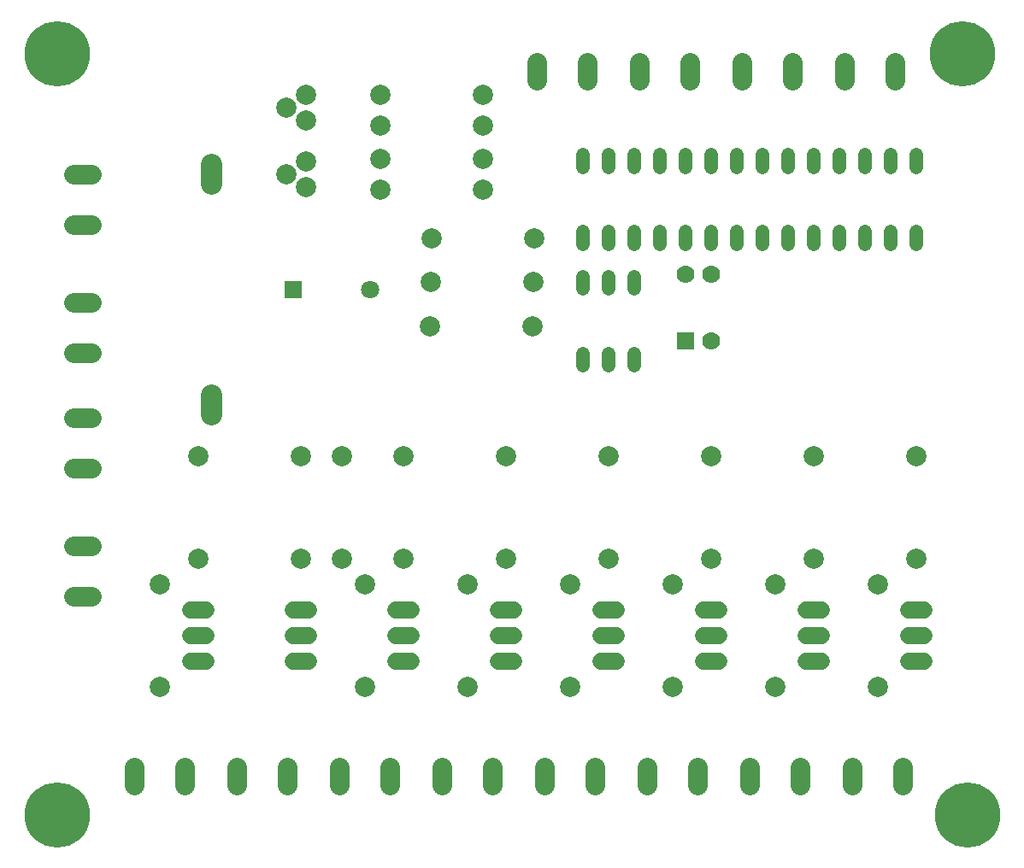
<source format=gbs>
G75*
%MOIN*%
%OFA0B0*%
%FSLAX25Y25*%
%IPPOS*%
%LPD*%
%AMOC8*
5,1,8,0,0,1.08239X$1,22.5*
%
%ADD10C,0.07550*%
%ADD11C,0.08300*%
%ADD12C,0.05300*%
%ADD13C,0.06500*%
%ADD14C,0.07900*%
%ADD15C,0.25500*%
%ADD16C,0.07000*%
%ADD17R,0.07000X0.07000*%
%ADD18C,0.07100*%
D10*
X0051157Y0032475D02*
X0051157Y0039525D01*
X0070843Y0039525D02*
X0070843Y0032475D01*
X0091157Y0032475D02*
X0091157Y0039525D01*
X0110843Y0039525D02*
X0110843Y0032475D01*
X0131157Y0032475D02*
X0131157Y0039525D01*
X0150843Y0039525D02*
X0150843Y0032475D01*
X0171157Y0032475D02*
X0171157Y0039525D01*
X0190843Y0039525D02*
X0190843Y0032475D01*
X0211157Y0032475D02*
X0211157Y0039525D01*
X0230843Y0039525D02*
X0230843Y0032475D01*
X0251157Y0032475D02*
X0251157Y0039525D01*
X0270843Y0039525D02*
X0270843Y0032475D01*
X0291157Y0032475D02*
X0291157Y0039525D01*
X0310843Y0039525D02*
X0310843Y0032475D01*
X0331157Y0032475D02*
X0331157Y0039525D01*
X0350843Y0039525D02*
X0350843Y0032475D01*
X0034525Y0106157D02*
X0027475Y0106157D01*
X0027475Y0125843D02*
X0034525Y0125843D01*
X0034525Y0156157D02*
X0027475Y0156157D01*
X0027475Y0175843D02*
X0034525Y0175843D01*
X0034525Y0201157D02*
X0027475Y0201157D01*
X0027475Y0220843D02*
X0034525Y0220843D01*
X0034525Y0251157D02*
X0027475Y0251157D01*
X0027475Y0270843D02*
X0034525Y0270843D01*
X0208157Y0307475D02*
X0208157Y0314525D01*
X0227843Y0314525D02*
X0227843Y0307475D01*
X0248157Y0307475D02*
X0248157Y0314525D01*
X0267843Y0314525D02*
X0267843Y0307475D01*
X0288157Y0307475D02*
X0288157Y0314525D01*
X0307843Y0314525D02*
X0307843Y0307475D01*
X0328157Y0307475D02*
X0328157Y0314525D01*
X0347843Y0314525D02*
X0347843Y0307475D01*
D11*
X0081000Y0274900D02*
X0081000Y0267100D01*
X0081000Y0184900D02*
X0081000Y0177100D01*
D12*
X0226000Y0196100D02*
X0226000Y0200900D01*
X0236000Y0200900D02*
X0236000Y0196100D01*
X0246000Y0196100D02*
X0246000Y0200900D01*
X0246000Y0226100D02*
X0246000Y0230900D01*
X0236000Y0230900D02*
X0236000Y0226100D01*
X0226000Y0226100D02*
X0226000Y0230900D01*
X0226000Y0243600D02*
X0226000Y0248400D01*
X0236000Y0248400D02*
X0236000Y0243600D01*
X0246000Y0243600D02*
X0246000Y0248400D01*
X0256000Y0248400D02*
X0256000Y0243600D01*
X0266000Y0243600D02*
X0266000Y0248400D01*
X0276000Y0248400D02*
X0276000Y0243600D01*
X0286000Y0243600D02*
X0286000Y0248400D01*
X0296000Y0248400D02*
X0296000Y0243600D01*
X0306000Y0243600D02*
X0306000Y0248400D01*
X0316000Y0248400D02*
X0316000Y0243600D01*
X0326000Y0243600D02*
X0326000Y0248400D01*
X0336000Y0248400D02*
X0336000Y0243600D01*
X0346000Y0243600D02*
X0346000Y0248400D01*
X0356000Y0248400D02*
X0356000Y0243600D01*
X0356000Y0273600D02*
X0356000Y0278400D01*
X0346000Y0278400D02*
X0346000Y0273600D01*
X0336000Y0273600D02*
X0336000Y0278400D01*
X0326000Y0278400D02*
X0326000Y0273600D01*
X0316000Y0273600D02*
X0316000Y0278400D01*
X0306000Y0278400D02*
X0306000Y0273600D01*
X0296000Y0273600D02*
X0296000Y0278400D01*
X0286000Y0278400D02*
X0286000Y0273600D01*
X0276000Y0273600D02*
X0276000Y0278400D01*
X0266000Y0278400D02*
X0266000Y0273600D01*
X0256000Y0273600D02*
X0256000Y0278400D01*
X0246000Y0278400D02*
X0246000Y0273600D01*
X0236000Y0273600D02*
X0236000Y0278400D01*
X0226000Y0278400D02*
X0226000Y0273600D01*
D13*
X0233000Y0101000D02*
X0239000Y0101000D01*
X0239000Y0091000D02*
X0233000Y0091000D01*
X0233000Y0081000D02*
X0239000Y0081000D01*
X0273000Y0081000D02*
X0279000Y0081000D01*
X0279000Y0091000D02*
X0273000Y0091000D01*
X0273000Y0101000D02*
X0279000Y0101000D01*
X0313000Y0101000D02*
X0319000Y0101000D01*
X0319000Y0091000D02*
X0313000Y0091000D01*
X0313000Y0081000D02*
X0319000Y0081000D01*
X0353000Y0081000D02*
X0359000Y0081000D01*
X0359000Y0091000D02*
X0353000Y0091000D01*
X0353000Y0101000D02*
X0359000Y0101000D01*
X0199000Y0101000D02*
X0193000Y0101000D01*
X0193000Y0091000D02*
X0199000Y0091000D01*
X0199000Y0081000D02*
X0193000Y0081000D01*
X0159000Y0081000D02*
X0153000Y0081000D01*
X0153000Y0091000D02*
X0159000Y0091000D01*
X0159000Y0101000D02*
X0153000Y0101000D01*
X0119000Y0101000D02*
X0113000Y0101000D01*
X0113000Y0091000D02*
X0119000Y0091000D01*
X0119000Y0081000D02*
X0113000Y0081000D01*
X0079000Y0081000D02*
X0073000Y0081000D01*
X0073000Y0091000D02*
X0079000Y0091000D01*
X0079000Y0101000D02*
X0073000Y0101000D01*
D14*
X0061000Y0111000D03*
X0076000Y0121000D03*
X0116000Y0121000D03*
X0132000Y0121000D03*
X0141000Y0111000D03*
X0156000Y0121000D03*
X0181000Y0111000D03*
X0196000Y0121000D03*
X0221000Y0111000D03*
X0236000Y0121000D03*
X0261000Y0111000D03*
X0276000Y0121000D03*
X0301000Y0111000D03*
X0316000Y0121000D03*
X0341000Y0111000D03*
X0356000Y0121000D03*
X0356000Y0161000D03*
X0316000Y0161000D03*
X0276000Y0161000D03*
X0236000Y0161000D03*
X0196000Y0161000D03*
X0156000Y0161000D03*
X0132000Y0161000D03*
X0116000Y0161000D03*
X0076000Y0161000D03*
X0166400Y0211400D03*
X0166800Y0228800D03*
X0167000Y0246000D03*
X0147000Y0265000D03*
X0147000Y0277000D03*
X0147000Y0290000D03*
X0147000Y0302000D03*
X0118000Y0302000D03*
X0110500Y0297000D03*
X0118000Y0292000D03*
X0118000Y0276000D03*
X0110500Y0271000D03*
X0118000Y0266000D03*
X0187000Y0265000D03*
X0187000Y0277000D03*
X0187000Y0290000D03*
X0187000Y0302000D03*
X0207000Y0246000D03*
X0206800Y0228800D03*
X0206400Y0211400D03*
X0221000Y0071000D03*
X0181000Y0071000D03*
X0141000Y0071000D03*
X0061000Y0071000D03*
X0261000Y0071000D03*
X0301000Y0071000D03*
X0341000Y0071000D03*
D15*
X0021000Y0021000D03*
X0021000Y0318000D03*
X0374000Y0318000D03*
X0376000Y0021000D03*
D16*
X0276000Y0206000D03*
X0276000Y0232000D03*
X0266000Y0232000D03*
D17*
X0266000Y0206000D03*
X0113000Y0226000D03*
D18*
X0143000Y0226000D03*
M02*

</source>
